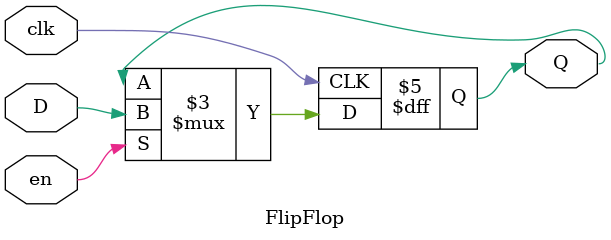
<source format=v>
/*
 * Wristwatch chip state controller.
 * 
 * University of Utah VLSI project, Fall 2023
 * 
 * State controller:
 * input clk
 * input reset
 * input btn_mode
 * input btn_time_set
 * input btn_increment
 * input btn_decrement
 * output [2:0] state
 * output run_stopwatch 
 * output reset_stopwatch
 * output run_time
 * output inc_m
 * output dec_m
 * output inc_h
 * output dec_h
 *
 * @author Ella Moss
 * @date 2023-11-10
 */

 module watch_fsm(
	input clk,
	input reset,
	input btn_mode,
	input btn_increment,
	input btn_decrement,
	input btn_time_set,
	output reg [2:0] state, // 7seg controller needs this
	output run_stopwatch,
	output reg reset_stopwatch,
	output reg run_time,
	output reg inc_m,
	output reg dec_m,
	output reg inc_h,
	output reg dec_h
);

// State definitions:
parameter S_STOPWATCH_HIDE_STOPPED	= 3'b000;
parameter S_SET_H					= 3'b001;
parameter S_SET_M					= 3'b010;
parameter S_STOPWATCH_SHOW_STOPPED	= 3'b011;
parameter S_STOPWATCH_SHOW_RUNNING	= 3'b100;
parameter S_STOPWATCH_RESET			= 3'b101;
parameter S_STOPWATCH_HIDE_RUNNING	= 3'b110;

// Next-state logic
reg [2:0] next_state;
always @(posedge clk) begin
	case (state)
		S_STOPWATCH_HIDE_STOPPED: begin
			if(btn_mode) next_state <= S_STOPWATCH_SHOW_STOPPED;
			else if(btn_time_set) next_state <= S_SET_H;
			else next_state <= S_STOPWATCH_HIDE_STOPPED;
		end
		S_SET_H: begin
			if(btn_time_set) next_state <= S_SET_M;
			else next_state <= S_SET_H;
		end
		S_SET_M: begin
			if(btn_time_set) begin
				if(run_stopwatch == 1'b1)
					next_state <= S_STOPWATCH_HIDE_RUNNING;
				else
					next_state <= S_STOPWATCH_HIDE_STOPPED;
			end
			else next_state <= S_SET_M;
		end
		S_STOPWATCH_SHOW_STOPPED: begin
			if(btn_increment) next_state <= S_STOPWATCH_SHOW_RUNNING; //start stopwatch
			else if(btn_decrement) next_state <= S_STOPWATCH_RESET;
			else if(btn_mode) next_state <= S_STOPWATCH_HIDE_STOPPED; //hide stopped stopwatch
			else next_state <= S_STOPWATCH_SHOW_STOPPED;
		end
		S_STOPWATCH_SHOW_RUNNING: begin
			if(btn_increment) next_state <= S_STOPWATCH_SHOW_STOPPED;
			else if(btn_mode) next_state <= S_STOPWATCH_HIDE_RUNNING;
			else if(btn_decrement) next_state <= S_STOPWATCH_RESET;
			else next_state <= S_STOPWATCH_SHOW_RUNNING;
		end
		S_STOPWATCH_RESET: begin
			next_state <= S_STOPWATCH_SHOW_STOPPED;
		end
		S_STOPWATCH_HIDE_RUNNING: begin
			if(btn_mode) next_state <= S_STOPWATCH_SHOW_RUNNING;
			else if(btn_time_set) next_state <= S_SET_H;
			else next_state <= S_STOPWATCH_HIDE_RUNNING;
		end
		default: next_state <= S_STOPWATCH_HIDE_STOPPED;
	endcase
end

reg change_sw, next_run_sw;
FlipFlop	swFF(.clk(clk),
	.en(change_sw),
	.D(next_run_sw),
	.Q(run_stopwatch));
// Combinational output logic
always @(*) begin
	case (state)
		S_STOPWATCH_HIDE_STOPPED: begin
			next_run_sw <= 1'b0;
			change_sw <= 1'b1;
			run_time <= 1'b1;

			inc_m <= 1'b0;
			dec_m <= 1'b0;
			inc_h <= 1'b0;
			dec_h <= 1'b0;
			reset_stopwatch <= 1'b0;
		end
		S_SET_H: begin
			// NOTE: irl you should debounce and slow these buttons, probably fine for our purposes though
			inc_h <= btn_increment;
			dec_h <= btn_decrement;
			run_time <= 1'b0;

			next_run_sw <= 1'b0; //technically don't care, just don't want to synth any latches
			change_sw <= 1'b0; //FF isn't transparent
			inc_m <= 1'b0;
			dec_m <= 1'b0;
			reset_stopwatch <= 1'b0;
		end
		S_SET_M: begin
			inc_m <= btn_increment;
			dec_m <= btn_decrement;
			run_time <= 1'b0;

			next_run_sw <= 1'b0; //technically don't care, just don't want to synth any latches
			change_sw <= 1'b0; //FF isn't transparent
			inc_h <= 1'b0;
			dec_h <= 1'b0;
			reset_stopwatch <= 1'b0;
		end
		S_STOPWATCH_SHOW_STOPPED: begin
			next_run_sw <= 1'b0;
			change_sw <= 1'b1;

			run_time <= 1'b1;
			inc_m <= 1'b0;
			dec_m <= 1'b0;
			inc_h <= 1'b0;
			dec_h <= 1'b0;
			reset_stopwatch <= 1'b0;
		end
		S_STOPWATCH_SHOW_RUNNING: begin
			next_run_sw <= 1'b1;
			change_sw <= 1'b1;

			run_time <= 1'b1;
			inc_m <= 1'b0;
			dec_m <= 1'b0;
			inc_h <= 1'b0;
			dec_h <= 1'b0;
			reset_stopwatch <= 1'b0;
		end
		S_STOPWATCH_RESET: begin
			reset_stopwatch <= 1'b1;

			next_run_sw <= 1'b0;
			change_sw <= 1'b1;
			run_time <= 1'b1;
			inc_m <= 1'b0;
			dec_m <= 1'b0;
			inc_h <= 1'b0;
			dec_h <= 1'b0;
		end
		S_STOPWATCH_HIDE_RUNNING: begin
			next_run_sw <= 1'b1;
			change_sw <= 1'b1;
			run_time <= 1'b1;
			reset_stopwatch <= 1'b0;
			inc_m <= 1'b0;
			dec_m <= 1'b0;
			inc_h <= 1'b0;
			dec_h <= 1'b0;
		end
		default: begin
			next_run_sw <= 1'b0;
			change_sw <= 1'b1;
			run_time <= 1'b1;
			reset_stopwatch <= 1'b0;
			inc_m <= 1'b0;
			dec_m <= 1'b0;
			inc_h <= 1'b0;
			dec_h <= 1'b0;
		end
	endcase
end

// Sequential state logic
always @(posedge clk) begin
	if (reset) begin
		state <= S_STOPWATCH_HIDE_STOPPED;
	end 
	else state <= next_state;
end

endmodule

module FlipFlop(input clk,
	input D,
	input en,
	output reg Q);

	always@(posedge clk) begin
		if(en) Q <= D;
		else Q <= Q;
	end
endmodule

</source>
